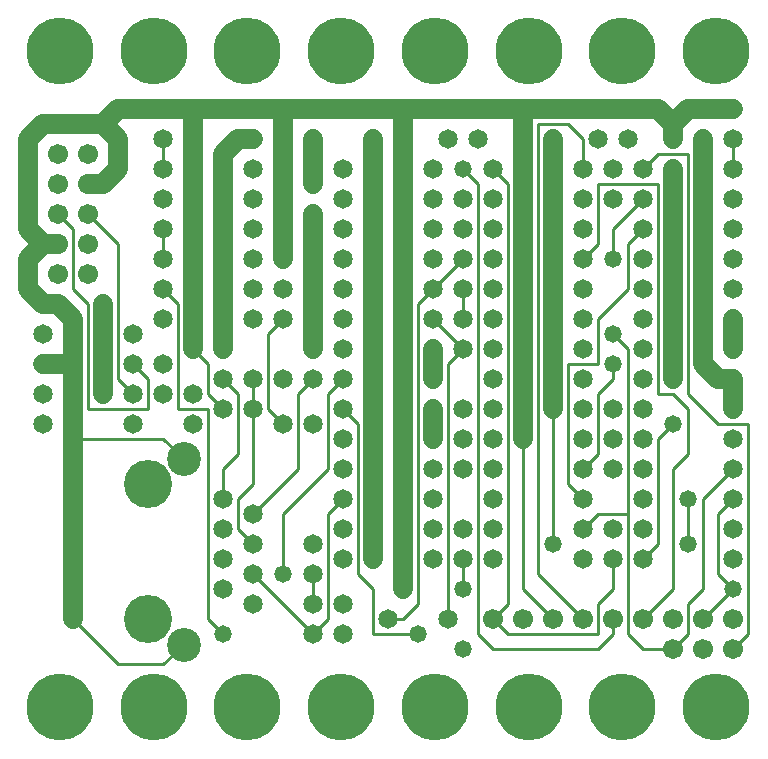
<source format=gtl>
%MOIN*%
%FSLAX25Y25*%
G04 D10 used for Character Trace; *
G04     Circle (OD=.01000) (No hole)*
G04 D11 used for Power Trace; *
G04     Circle (OD=.06500) (No hole)*
G04 D12 used for Signal Trace; *
G04     Circle (OD=.01100) (No hole)*
G04 D13 used for Via; *
G04     Circle (OD=.05800) (Round. Hole ID=.02800)*
G04 D14 used for Component hole; *
G04     Circle (OD=.06500) (Round. Hole ID=.03500)*
G04 D15 used for Component hole; *
G04     Circle (OD=.06700) (Round. Hole ID=.04300)*
G04 D16 used for Component hole; *
G04     Circle (OD=.08100) (Round. Hole ID=.05100)*
G04 D17 used for Component hole; *
G04     Circle (OD=.08900) (Round. Hole ID=.05900)*
G04 D18 used for Component hole; *
G04     Circle (OD=.11300) (Round. Hole ID=.08300)*
G04 D19 used for Component hole; *
G04     Circle (OD=.16000) (Round. Hole ID=.13000)*
G04 D20 used for Component hole; *
G04     Circle (OD=.18300) (Round. Hole ID=.15300)*
G04 D21 used for Component hole; *
G04     Circle (OD=.22291) (Round. Hole ID=.19291)*
%ADD10C,.01000*%
%ADD11C,.06500*%
%ADD12C,.01100*%
%ADD13C,.05800*%
%ADD14C,.06500*%
%ADD15C,.06700*%
%ADD16C,.08100*%
%ADD17C,.08900*%
%ADD18C,.11300*%
%ADD19C,.16000*%
%ADD20C,.18300*%
%ADD21C,.22291*%
%IPPOS*%
%LPD*%
G90*X0Y0D02*D21*X15625Y15625D03*D12*              
X35000Y30000D02*X50000D01*X57000Y36500D01*D18*D03*
D12*X70000Y40000D02*X65000Y45000D01*D13*          
X70000Y40000D03*D12*X65000Y45000D02*Y115000D01*   
X55000D01*Y150000D01*X50000Y155000D01*D14*D03*D13*
X60000Y145000D03*D11*Y135000D01*D14*D03*D12*      
X65000Y130000D01*Y120000D01*X70000Y115000D01*D14* 
D03*D12*X75000Y100000D02*Y120000D01*              
X70000Y95000D02*X75000Y100000D01*X70000Y85000D02* 
Y95000D01*D14*Y85000D03*D12*X75000Y75000D02*      
Y85000D01*X80000Y70000D02*X75000Y75000D01*D14*    
X80000Y70000D03*D13*X90000Y60000D03*D12*Y80000D01*
X105000Y95000D01*Y120000D01*X110000Y125000D01*D14*
D03*D13*X100000Y135000D03*D11*Y165000D01*D14*D03* 
D11*Y180000D01*D14*D03*X110000Y175000D03*         
X90000Y185000D03*D11*Y165000D01*D14*D03*          
X80000Y175000D03*Y155000D03*Y165000D03*           
X90000Y155000D03*X110000Y145000D03*Y185000D03*    
Y155000D03*X80000Y145000D03*X110000Y165000D03*D11*
X90000Y185000D02*Y205000D01*D14*D03*D11*          
Y215000D01*X60000D01*Y145000D01*D14*              
X70000Y135000D03*D11*Y200000D01*X75000Y205000D01* 
X80000D01*D14*D03*D11*X90000Y215000D02*X130000D01*
Y205000D01*D14*D03*D11*Y185000D01*D13*D03*D11*    
Y135000D01*D13*D03*D11*Y115000D01*D13*D03*D11*    
Y95000D01*D13*D03*D11*Y55000D01*D13*D03*D12*      
Y45000D02*X135000Y50000D01*X125000Y45000D02*      
X130000D01*D14*X125000D03*D12*X120000Y40000D02*   
X135000D01*D13*D03*D12*Y50000D02*Y150000D01*      
X140000Y155000D01*D14*D03*D12*X150000Y165000D01*  
D14*D03*X160000Y155000D03*Y175000D03*X140000D03*  
X160000Y165000D03*X150000Y175000D03*              
X140000Y165000D03*X150000Y155000D03*D12*          
Y145000D01*D14*D03*X160000Y135000D03*X140000D03*  
D11*Y125000D01*D14*D03*D12*X145000Y45000D02*      
Y130000D01*D14*Y45000D03*D12*X160000Y35000D02*    
X155000Y40000D01*X160000Y35000D02*X195000D01*     
X200000Y40000D01*Y45000D01*D15*D03*D12*           
X210000Y35000D02*X205000Y40000D01*                
X210000Y35000D02*X220000D01*D15*D03*D12*          
X225000Y40000D01*Y50000D01*X230000Y55000D01*      
Y85000D01*X240000Y95000D01*D14*D03*Y105000D03*    
Y85000D03*D12*X235000Y80000D01*Y60000D01*         
X240000Y55000D01*D13*D03*D12*X230000Y45000D01*D15*
D03*X240000Y35000D03*D12*X245000Y40000D01*        
Y110000D01*X235000D01*X225000Y120000D01*          
Y200000D01*X215000D01*X210000Y195000D01*D14*D03*  
D12*X215000Y120000D02*Y190000D01*Y120000D02*      
X220000D01*X225000Y115000D01*Y100000D01*          
X220000Y95000D01*Y55000D01*X210000Y45000D01*D15*  
D03*D12*X205000Y40000D02*Y80000D01*X195000D01*    
X190000Y75000D01*D14*D03*X200000Y65000D03*D12*    
Y55000D01*X195000Y50000D01*Y40000D01*X165000D01*  
X160000Y45000D01*D15*D03*D12*X165000Y50000D01*    
Y190000D01*X160000Y195000D01*D14*D03*D12*         
X155000Y40000D02*Y190000D01*D13*X150000Y35000D03* 
D12*X180000Y45000D02*X170000Y55000D01*D15*        
X180000Y45000D03*D12*X170000Y55000D02*Y105000D01* 
D13*D03*D11*Y125000D01*D13*D03*D11*Y205000D01*D14*
D03*D11*Y215000D01*X130000D01*D14*                
X120000Y205000D03*D11*Y165000D01*D13*D03*D11*     
Y120000D01*D13*D03*D11*Y105000D01*D13*D03*D11*    
Y65000D01*D13*D03*D12*Y55000D02*X115000Y60000D01* 
X120000Y40000D02*Y55000D01*D14*X110000Y50000D03*  
Y40000D03*D12*X100000D02*X105000Y45000D01*D14*    
X100000Y40000D03*D12*X80000Y60000D01*D14*D03*     
X70000Y65000D03*X80000Y50000D03*X70000Y55000D03*  
Y75000D03*X100000Y50000D03*D12*Y60000D01*D14*D03* 
Y70000D03*X110000Y65000D03*Y75000D03*D12*         
X115000Y60000D02*Y110000D01*X110000Y115000D01*D14*
D03*X100000Y125000D03*D12*X95000Y120000D01*       
Y95000D01*X80000Y80000D01*D14*D03*D12*            
X75000Y85000D02*X80000Y90000D01*Y115000D01*D14*   
D03*D12*Y125000D01*D14*D03*D12*X75000Y120000D02*  
X70000Y125000D01*D14*D03*X60000Y120000D03*D12*    
X85000Y115000D02*Y140000D01*X90000Y110000D02*     
X85000Y115000D01*D14*X90000Y110000D03*X100000D03* 
X90000Y125000D03*X110000Y95000D03*Y105000D03*     
Y135000D03*Y85000D03*D12*X105000Y80000D01*        
Y45000D01*D21*X78125Y15625D03*X109375D03*         
X140625D03*D14*X140000Y65000D03*Y75000D03*        
Y85000D03*D13*X150000Y55000D03*D12*Y65000D01*D14* 
D03*X160000Y75000D03*Y65000D03*X150000Y75000D03*  
D15*X170000Y45000D03*D14*X160000Y85000D03*D12*    
X190000Y45000D02*X175000Y60000D01*D15*            
X190000Y45000D03*D12*X175000Y60000D02*Y210000D01* 
X185000D01*X190000Y205000D01*Y195000D01*D14*D03*  
D12*X195000Y170000D02*Y190000D01*                 
X190000Y165000D02*X195000Y170000D01*D14*          
X190000Y165000D03*D12*X200000D02*Y175000D01*D13*  
Y165000D03*D12*X205000Y155000D02*Y170000D01*      
X195000Y145000D02*X205000Y155000D01*              
X195000Y130000D02*Y145000D01*X185000Y130000D02*   
X195000D01*X185000Y90000D02*Y130000D01*           
X190000Y85000D02*X185000Y90000D01*D14*            
X190000Y85000D03*X200000Y75000D03*Y95000D03*      
X190000D03*D12*X195000Y100000D01*Y120000D01*      
X200000Y125000D01*Y130000D01*D13*D03*D12*         
X205000Y80000D02*Y135000D01*D14*X210000Y75000D03* 
Y85000D03*D12*Y65000D02*X215000Y70000D01*D14*     
X210000Y65000D03*D12*X215000Y70000D02*Y105000D01* 
X220000Y110000D01*D13*D03*D14*X210000Y115000D03*  
Y105000D03*D11*X235000Y125000D02*X240000D01*D14*  
D03*D11*Y115000D01*D14*D03*D11*X235000Y125000D02* 
X230000Y130000D01*Y190000D01*D13*D03*D11*         
Y205000D01*D14*D03*X240000Y195000D03*D12*         
Y205000D01*D14*D03*Y215000D03*D11*X225000D01*     
X220000Y210000D01*Y205000D01*D14*D03*D11*         
Y210000D02*X215000Y215000D01*X170000D01*D14*      
X180000Y205000D03*D11*Y115000D01*D13*D03*D12*     
Y70000D01*D13*D03*D14*X190000Y65000D03*           
X160000Y95000D03*X150000D03*X210000D03*           
X200000Y105000D03*X190000D03*X160000D03*          
X150000D03*X140000D03*D11*Y115000D01*D14*D03*     
X150000D03*D12*X145000Y130000D02*                 
X150000Y135000D01*D14*D03*D12*X140000Y145000D01*  
D14*D03*X160000Y125000D03*Y145000D03*Y115000D03*  
Y185000D03*X150000D03*X140000D03*D12*             
X155000Y190000D02*X150000Y195000D01*D13*D03*D14*  
X155000Y205000D03*X140000Y195000D03*              
X145000Y205000D03*X190000Y155000D03*D21*          
X109375Y234375D03*D14*X190000Y175000D03*D21*      
X171875Y234375D03*D14*X190000Y185000D03*          
X110000Y195000D03*D21*X140625Y234375D03*D12*      
X195000Y190000D02*X215000D01*D13*                 
X220000Y195000D03*D11*Y145000D01*D13*D03*D11*     
Y125000D01*D13*D03*D14*X210000Y135000D03*         
Y125000D03*D12*X205000Y135000D02*                 
X200000Y140000D01*D13*D03*D14*X190000Y145000D03*  
X210000D03*X190000Y135000D03*X210000Y155000D03*   
X190000Y125000D03*X210000Y165000D03*              
X190000Y115000D03*X200000D03*D12*                 
X205000Y170000D02*X210000Y175000D01*D14*D03*      
X200000Y185000D03*X210000D03*D12*                 
X200000Y175000D01*D14*Y195000D03*                 
X205000Y205000D03*X195000D03*X240000Y135000D03*   
D11*Y145000D01*D14*D03*Y155000D03*Y165000D03*     
Y175000D03*Y185000D03*D13*X225000Y85000D03*D12*   
Y70000D01*D13*D03*D14*X240000Y65000D03*Y75000D03* 
D15*X220000Y45000D03*X240000D03*X230000Y35000D03* 
D21*X171875Y15625D03*X203125D03*X234375D03*D14*   
X140000Y95000D03*X100000Y190000D03*D11*Y205000D01*
D14*D03*X80000Y185000D03*Y195000D03*D21*          
X78125Y234375D03*D11*X35000Y215000D02*X60000D01*  
X30000Y210000D02*X35000Y215000D01*Y205000D02*     
X30000Y210000D01*X35000Y195000D02*Y205000D01*     
X30000Y190000D02*X35000Y195000D01*                
X25000Y190000D02*X30000D01*D15*X25000D03*         
X15000Y200000D03*Y180000D03*D12*X20000Y175000D01* 
Y155000D01*X25000Y150000D01*Y115000D01*X45000D01* 
Y125000D01*X40000Y130000D01*D14*D03*D12*          
Y120000D02*X35000Y125000D01*D14*X40000Y120000D03* 
D12*X35000Y125000D02*Y170000D01*X25000Y180000D01* 
D15*D03*X15000Y190000D03*Y170000D03*D11*X10000D01*
X5000Y165000D01*Y155000D01*X10000Y150000D01*      
X15000D01*X20000Y145000D01*Y130000D01*Y105000D01* 
Y45000D01*D12*X35000Y30000D01*D19*X45000Y45000D03*
D21*X46875Y15625D03*D19*X45000Y90000D03*D18*      
X57000Y98500D03*D12*X50000Y105000D01*X20000D01*   
D14*X10000Y110000D03*D13*X30000Y120000D03*D11*    
Y150000D01*D13*D03*D14*X40000Y140000D03*D15*      
X25000Y160000D03*X15000D03*D14*X50000Y130000D03*  
D11*X10000Y170000D02*X5000Y175000D01*Y205000D01*  
X10000Y210000D01*X30000D01*D15*X25000Y200000D03*  
D14*X50000Y195000D03*D12*Y205000D01*D14*D03*      
Y185000D03*Y175000D03*D12*Y165000D01*D14*D03*     
Y145000D03*D15*X25000Y170000D03*D11*              
X10000Y130000D02*X20000D01*D14*X10000D03*         
Y140000D03*Y120000D03*X40000Y110000D03*           
X50000Y120000D03*X60000Y110000D03*D12*            
X85000Y140000D02*X90000Y145000D01*D14*D03*D21*    
X46875Y234375D03*X15625D03*X203125D03*X234375D03* 
M02*                                              

</source>
